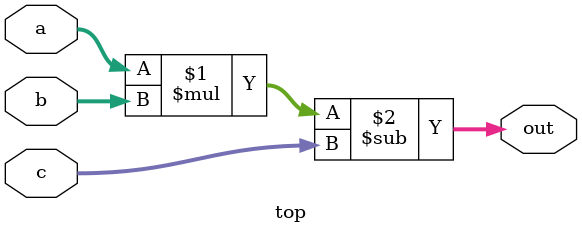
<source format=sv>

(* use_dsp = "yes" *) module top(
    input [8:0] a,
    input [8:0] b,
    input [8:0] c,
    output [8:0] out
);
  assign out = (a * b) - c;
endmodule

// CHECK: module out(a, b, c, out);

</source>
